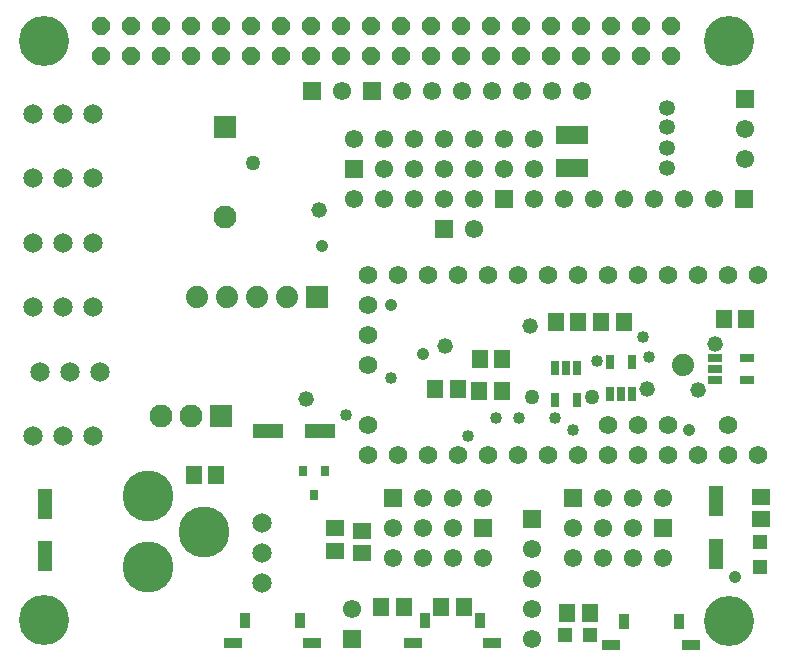
<source format=gts>
G04 DipTrace 3.0.0.2*
G04 TeensyArbotixProRPIV0.2a.gts*
%MOIN*%
G04 #@! TF.FileFunction,Soldermask,Top*
G04 #@! TF.Part,Single*
%AMOUTLINE0*5,1,8,0,0,0.065199,-22.499571*%
%AMOUTLINE1*
4,1,4,
-0.0175,-0.025,
-0.0175,0.025,
0.0175,0.025,
0.0175,-0.025,
-0.0175,-0.025,
0*%
%AMOUTLINE2*
4,1,4,
0.0285,-0.0155,
-0.0285,-0.0155,
-0.0285,0.0155,
0.0285,0.0155,
0.0285,-0.0155,
0*%
%ADD13C,0.04*%
%ADD17C,0.05*%
%ADD30R,0.05X0.1*%
%ADD31R,0.1X0.05*%
%ADD38C,0.17*%
%ADD40C,0.065199*%
%ADD41R,0.047244X0.047244*%
%ADD42C,0.05315*%
%ADD45R,0.031496X0.035433*%
%ADD47C,0.040004*%
%ADD49C,0.074*%
%ADD54C,0.06194*%
%ADD56R,0.074X0.074*%
%ADD65C,0.167*%
%ADD67C,0.042*%
%ADD69C,0.052*%
%ADD77R,0.025622X0.045307*%
%ADD79R,0.045307X0.025622*%
%ADD87C,0.076803*%
%ADD89R,0.076803X0.076803*%
%ADD101C,0.061055*%
%ADD103R,0.061055X0.061055*%
%ADD105R,0.108299X0.064992*%
%ADD107R,0.061055X0.053181*%
%ADD113R,0.053181X0.061055*%
%ADD119OUTLINE0*%
%ADD120OUTLINE1*%
%ADD121OUTLINE2*%
%FSLAX26Y26*%
G04*
G70*
G90*
G75*
G01*
G04 TopMask*
%LPD*%
D69*
X1403701Y1268701D3*
D67*
X1688701Y1579654D3*
X1458701Y1778701D3*
D69*
X1448701Y1898701D3*
X2767962Y1449784D3*
X2153311Y1509340D3*
X1868701Y1445033D3*
X2542903Y1301484D3*
X2767962Y1449784D3*
X2713180Y1299029D3*
X2767962Y1449784D3*
D67*
X2681974Y1162998D3*
X2833701Y673701D3*
X1796347Y1416731D3*
D65*
X2814961Y528402D3*
X531496Y531496D3*
Y2460630D3*
X2814961D3*
D13*
X1690146Y1336911D3*
X1538701Y1213701D3*
X2376032Y1393191D3*
D17*
X2357454Y1273147D3*
X2159593Y1273819D3*
X1228986Y2054824D3*
D13*
X2038701Y1205033D3*
X2293701Y1165033D3*
X1945109Y1144065D3*
X2549327Y1408180D3*
X2528701Y1475033D3*
X2233701Y1205033D3*
X2113701D3*
D30*
X533701Y743701D3*
Y918701D3*
D31*
X1452492Y1159616D3*
X1277492D3*
D105*
X2290987Y2038583D3*
Y2148819D3*
D107*
X1592847Y828498D3*
Y753694D3*
D30*
X2770424Y926334D3*
Y751334D3*
D103*
X1993701Y838701D3*
D101*
Y738701D3*
X1893701Y838701D3*
Y738701D3*
X1793701Y838701D3*
Y738701D3*
X1693701Y838701D3*
Y738701D3*
D103*
Y938701D3*
D101*
X1793701D3*
X1893701D3*
X1993701D3*
D103*
X2593701Y838701D3*
D101*
Y738701D3*
X2493701Y838701D3*
Y738701D3*
X2393701Y838701D3*
Y738701D3*
X2293701Y838701D3*
Y738701D3*
D103*
Y938701D3*
D101*
X2393701D3*
X2493701D3*
X2593701D3*
D103*
X1563701Y2033701D3*
D101*
Y2133701D3*
X1663701Y2033701D3*
Y2133701D3*
X1763701Y2033701D3*
Y2133701D3*
X1863701Y2033701D3*
Y2133701D3*
X1963701Y2033701D3*
Y2133701D3*
X2063701Y2033701D3*
Y2133701D3*
X2163701Y2033701D3*
Y2133701D3*
D103*
X2868701Y2268701D3*
D101*
Y2168701D3*
Y2068701D3*
D103*
X2158701Y868701D3*
D101*
Y768701D3*
Y668701D3*
Y568701D3*
Y468701D3*
D38*
X878701Y943071D3*
Y706851D3*
X1063740Y824961D3*
D119*
X723229Y2410630D3*
Y2510630D3*
X823229Y2410630D3*
Y2510630D3*
X923229Y2410630D3*
Y2510630D3*
X1023229Y2410630D3*
Y2510630D3*
X1123229Y2410630D3*
Y2510630D3*
X1223229Y2410630D3*
Y2510630D3*
X1323229Y2410630D3*
Y2510630D3*
X1423229Y2410630D3*
Y2510630D3*
X1523229Y2410630D3*
Y2510630D3*
X1623229Y2410630D3*
Y2510630D3*
X1723229Y2410630D3*
Y2510630D3*
X1823229Y2410630D3*
Y2510630D3*
X1923229Y2410630D3*
Y2510630D3*
X2023229Y2410630D3*
Y2510630D3*
X2123229Y2410630D3*
Y2510630D3*
X2223229Y2410630D3*
Y2510630D3*
X2323229Y2410630D3*
Y2510630D3*
X2423229Y2410630D3*
Y2510630D3*
X2523229Y2410630D3*
Y2510630D3*
X2623229Y2410630D3*
Y2510630D3*
D103*
X1558701Y468701D3*
D101*
Y568701D3*
D40*
X496858Y2003701D3*
X596858D3*
X696858D3*
X496858Y1788701D3*
X596858D3*
X696858D3*
X496858Y1573701D3*
X596858D3*
X696858D3*
X518701Y1358701D3*
X618701D3*
X718701D3*
X496858Y1143701D3*
X596858D3*
X696858D3*
X496858Y2218701D3*
X596858D3*
X696858D3*
X1259574Y655848D3*
Y755848D3*
Y855848D3*
D103*
X2863701Y1933701D3*
D101*
X2763701D3*
X2663701D3*
X2563701D3*
X2463701D3*
X2363701D3*
X2263701D3*
X2163701D3*
D103*
X2063701D3*
D101*
X1963701D3*
X1863701D3*
X1763701D3*
X1663701D3*
X1563701D3*
D103*
X1423701Y2293701D3*
D101*
X1523701D3*
D103*
X1623701D3*
D101*
X1723701D3*
X1823701D3*
X1923701D3*
X2023701D3*
X2123701D3*
X2223701D3*
X2323701D3*
D103*
X1863701Y1833701D3*
D101*
X1963701D3*
D41*
X2269324Y480973D3*
X2352002D3*
D42*
X2608701Y2238701D3*
Y2173701D3*
Y2103701D3*
Y2038701D3*
D41*
X2918701Y791395D3*
Y708718D3*
D89*
X1122963Y1211487D3*
D87*
X1022963D3*
X922963D3*
D45*
X1468701Y1028701D3*
X1393898D3*
X1431299Y946024D3*
D113*
X1910583Y1300033D3*
X1835780D3*
X2058389Y1295033D3*
X1983586D3*
X1983701Y1400033D3*
X2058504D3*
D107*
X2923231Y866477D3*
Y941280D3*
D113*
X1106083Y1015138D3*
X1031280D3*
X2463701Y1525033D3*
X2388898D3*
X2238701D3*
X2313504D3*
X1856299Y573701D3*
X1931103D3*
X1656299D3*
X1731103D3*
D107*
X1501735Y836696D3*
Y761893D3*
D113*
X2798701Y1534710D3*
X2873504D3*
X2276979Y553541D3*
X2351782D3*
D120*
X2463701Y523701D3*
X2648701D3*
D121*
X2423201Y449201D3*
X2689201D3*
D47*
X2663404Y1380033D3*
D49*
D3*
D120*
X1801201Y528701D3*
X1986201D3*
D121*
X1760701Y454201D3*
X2026701D3*
D120*
X1201201Y528701D3*
X1386201D3*
D121*
X1160701Y454201D3*
X1426701D3*
D89*
X1133701Y2173307D3*
D87*
Y1874095D3*
D79*
X2767962Y1405033D3*
Y1367631D3*
Y1330230D3*
X2874261D3*
Y1405033D3*
D77*
X2418701Y1285033D3*
X2456103D3*
X2493504D3*
Y1391332D3*
X2418701D3*
D54*
X2913404Y1680033D3*
X2813404D3*
X2713404D3*
X2613404D3*
X2513404D3*
X2413404D3*
X2313404D3*
X2213404D3*
X2113404D3*
X2013404D3*
X1913404D3*
X1813404D3*
X1713404D3*
X1613404D3*
Y1380033D3*
Y1480033D3*
Y1580033D3*
Y1180033D3*
Y1080033D3*
X1713404D3*
X1813404D3*
X1913404D3*
X2013404D3*
X2113404D3*
X2213404D3*
X2313404D3*
X2413404D3*
X2513404D3*
X2613404D3*
X2713404D3*
X2813404D3*
X2913404D3*
X2813404Y1180033D3*
X2613404D3*
X2513404D3*
X2413404D3*
D77*
X2308701Y1370033D3*
X2271299D3*
X2233898D3*
Y1263734D3*
X2308701D3*
D56*
X1443335Y1607704D3*
D49*
X1343335D3*
X1243335D3*
X1043335D3*
X1143335D3*
M02*

</source>
